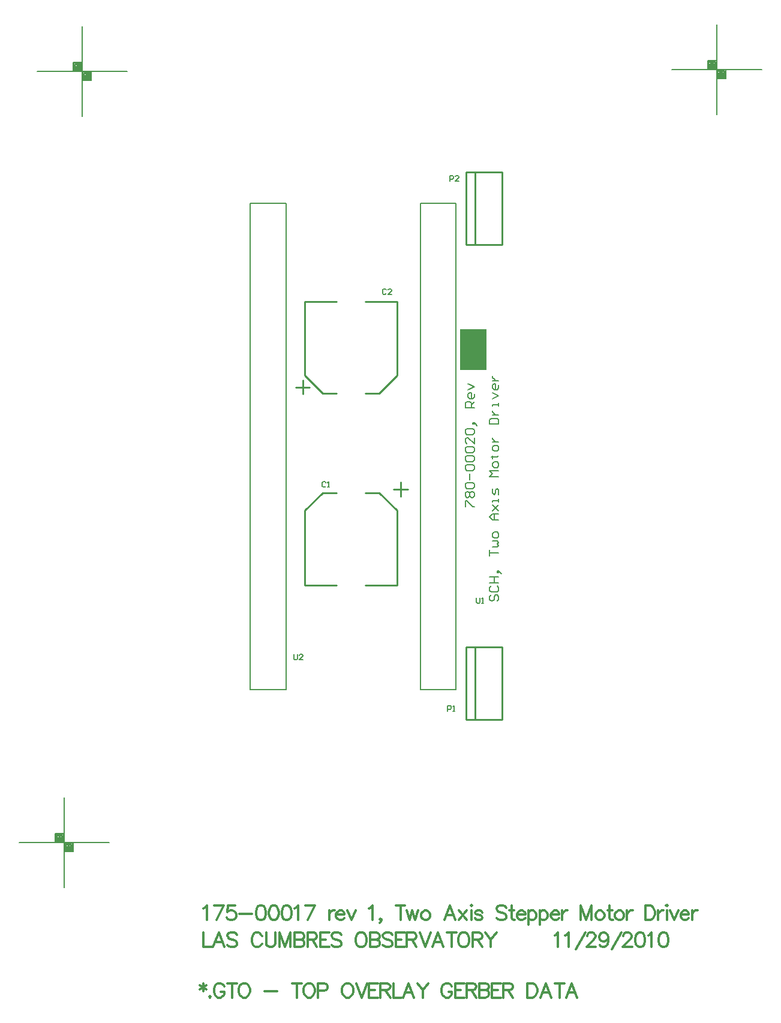
<source format=gto>
%FSLAX23Y23*%
%MOIN*%
G70*
G01*
G75*
G04 Layer_Color=65535*
%ADD10R,0.079X0.236*%
%ADD11C,0.007*%
%ADD12C,0.050*%
%ADD13C,0.010*%
%ADD14C,0.020*%
%ADD15C,0.012*%
%ADD16C,0.008*%
%ADD17C,0.012*%
%ADD18C,0.012*%
%ADD19C,0.050*%
%ADD20C,0.079*%
%ADD21R,0.079X0.079*%
%ADD22R,0.059X0.059*%
%ADD23C,0.059*%
%ADD24C,0.276*%
%ADD25C,0.219*%
%ADD26C,0.024*%
%ADD27C,0.040*%
%ADD28C,0.065*%
G04:AMPARAMS|DCode=29|XSize=85mil|YSize=85mil|CornerRadius=0mil|HoleSize=0mil|Usage=FLASHONLY|Rotation=0.000|XOffset=0mil|YOffset=0mil|HoleType=Round|Shape=Relief|Width=10mil|Gap=10mil|Entries=4|*
%AMTHD29*
7,0,0,0.085,0.065,0.010,45*
%
%ADD29THD29*%
%ADD30C,0.099*%
G04:AMPARAMS|DCode=31|XSize=119.055mil|YSize=119.055mil|CornerRadius=0mil|HoleSize=0mil|Usage=FLASHONLY|Rotation=0.000|XOffset=0mil|YOffset=0mil|HoleType=Round|Shape=Relief|Width=10mil|Gap=10mil|Entries=4|*
%AMTHD31*
7,0,0,0.119,0.099,0.010,45*
%
%ADD31THD31*%
%ADD32C,0.075*%
%ADD33C,0.197*%
%ADD34C,0.206*%
%ADD35C,0.068*%
G04:AMPARAMS|DCode=36|XSize=70mil|YSize=70mil|CornerRadius=0mil|HoleSize=0mil|Usage=FLASHONLY|Rotation=0.000|XOffset=0mil|YOffset=0mil|HoleType=Round|Shape=Relief|Width=10mil|Gap=10mil|Entries=4|*
%AMTHD36*
7,0,0,0.070,0.050,0.010,45*
%
%ADD36THD36*%
G04:AMPARAMS|DCode=37|XSize=88mil|YSize=88mil|CornerRadius=0mil|HoleSize=0mil|Usage=FLASHONLY|Rotation=0.000|XOffset=0mil|YOffset=0mil|HoleType=Round|Shape=Relief|Width=10mil|Gap=10mil|Entries=4|*
%AMTHD37*
7,0,0,0.088,0.068,0.010,45*
%
%ADD37THD37*%
%ADD38C,0.075*%
%ADD39O,0.079X0.024*%
%ADD40R,0.078X0.048*%
%ADD41R,0.050X0.050*%
%ADD42R,0.130X0.094*%
%ADD43R,0.020X0.709*%
%ADD44R,0.085X0.016*%
%ADD45R,0.059X0.039*%
%ADD46C,0.030*%
%ADD47C,0.005*%
%ADD48C,0.008*%
%ADD49R,0.149X0.227*%
D13*
X32528Y22936D02*
Y23341D01*
X32478D02*
X32678D01*
X32478Y22936D02*
X32678D01*
Y23341D01*
X32478Y22936D02*
Y23341D01*
X31582Y22366D02*
Y22622D01*
Y22209D02*
X31680Y22110D01*
X31582Y22209D02*
Y22366D01*
X31995Y22110D02*
X32094Y22209D01*
Y22622D01*
X31680Y22110D02*
X31759D01*
X31916D02*
X31995D01*
X31916Y22622D02*
X32094D01*
X31582D02*
X31759D01*
X31572Y22106D02*
Y22185D01*
X31531Y22145D02*
X31609D01*
X32094Y21045D02*
Y21301D01*
X31995Y21557D02*
X32094Y21459D01*
Y21301D02*
Y21459D01*
X31582Y21459D02*
X31680Y21557D01*
X31582Y21045D02*
Y21459D01*
X31916Y21557D02*
X31995D01*
X31680D02*
X31759D01*
X31582Y21045D02*
X31759D01*
X31916D02*
X32094D01*
X32113Y21537D02*
Y21616D01*
X32074Y21577D02*
X32153D01*
X32528Y20296D02*
Y20701D01*
X32478D02*
X32678D01*
X32478Y20296D02*
X32678D01*
Y20701D01*
X32478Y20296D02*
Y20701D01*
D15*
X31016Y18832D02*
Y18786D01*
X30997Y18821D02*
X31035Y18798D01*
Y18821D02*
X30997Y18798D01*
X31055Y18760D02*
X31051Y18756D01*
X31055Y18752D01*
X31059Y18756D01*
X31055Y18760D01*
X31133Y18813D02*
X31130Y18821D01*
X31122Y18828D01*
X31114Y18832D01*
X31099D01*
X31092Y18828D01*
X31084Y18821D01*
X31080Y18813D01*
X31076Y18802D01*
Y18783D01*
X31080Y18771D01*
X31084Y18763D01*
X31092Y18756D01*
X31099Y18752D01*
X31114D01*
X31122Y18756D01*
X31130Y18763D01*
X31133Y18771D01*
Y18783D01*
X31114D02*
X31133D01*
X31178Y18832D02*
Y18752D01*
X31152Y18832D02*
X31205D01*
X31237D02*
X31230Y18828D01*
X31222Y18821D01*
X31218Y18813D01*
X31215Y18802D01*
Y18783D01*
X31218Y18771D01*
X31222Y18763D01*
X31230Y18756D01*
X31237Y18752D01*
X31253D01*
X31260Y18756D01*
X31268Y18763D01*
X31272Y18771D01*
X31276Y18783D01*
Y18802D01*
X31272Y18813D01*
X31268Y18821D01*
X31260Y18828D01*
X31253Y18832D01*
X31237D01*
X31357Y18786D02*
X31426D01*
X31539Y18832D02*
Y18752D01*
X31512Y18832D02*
X31565D01*
X31598D02*
X31590Y18828D01*
X31583Y18821D01*
X31579Y18813D01*
X31575Y18802D01*
Y18783D01*
X31579Y18771D01*
X31583Y18763D01*
X31590Y18756D01*
X31598Y18752D01*
X31613D01*
X31621Y18756D01*
X31628Y18763D01*
X31632Y18771D01*
X31636Y18783D01*
Y18802D01*
X31632Y18813D01*
X31628Y18821D01*
X31621Y18828D01*
X31613Y18832D01*
X31598D01*
X31655Y18790D02*
X31689D01*
X31700Y18794D01*
X31704Y18798D01*
X31708Y18805D01*
Y18817D01*
X31704Y18824D01*
X31700Y18828D01*
X31689Y18832D01*
X31655D01*
Y18752D01*
X31811Y18832D02*
X31804Y18828D01*
X31796Y18821D01*
X31792Y18813D01*
X31789Y18802D01*
Y18783D01*
X31792Y18771D01*
X31796Y18763D01*
X31804Y18756D01*
X31811Y18752D01*
X31827D01*
X31834Y18756D01*
X31842Y18763D01*
X31846Y18771D01*
X31850Y18783D01*
Y18802D01*
X31846Y18813D01*
X31842Y18821D01*
X31834Y18828D01*
X31827Y18832D01*
X31811D01*
X31868D02*
X31899Y18752D01*
X31929Y18832D02*
X31899Y18752D01*
X31989Y18832D02*
X31939D01*
Y18752D01*
X31989D01*
X31939Y18794D02*
X31970D01*
X32002Y18832D02*
Y18752D01*
Y18832D02*
X32037D01*
X32048Y18828D01*
X32052Y18824D01*
X32056Y18817D01*
Y18809D01*
X32052Y18802D01*
X32048Y18798D01*
X32037Y18794D01*
X32002D01*
X32029D02*
X32056Y18752D01*
X32073Y18832D02*
Y18752D01*
X32119D01*
X32189D02*
X32158Y18832D01*
X32128Y18752D01*
X32139Y18779D02*
X32177D01*
X32208Y18832D02*
X32238Y18794D01*
Y18752D01*
X32268Y18832D02*
X32238Y18794D01*
X32399Y18813D02*
X32395Y18821D01*
X32387Y18828D01*
X32380Y18832D01*
X32364D01*
X32357Y18828D01*
X32349Y18821D01*
X32345Y18813D01*
X32342Y18802D01*
Y18783D01*
X32345Y18771D01*
X32349Y18763D01*
X32357Y18756D01*
X32364Y18752D01*
X32380D01*
X32387Y18756D01*
X32395Y18763D01*
X32399Y18771D01*
Y18783D01*
X32380D02*
X32399D01*
X32467Y18832D02*
X32417D01*
Y18752D01*
X32467D01*
X32417Y18794D02*
X32447D01*
X32480Y18832D02*
Y18752D01*
Y18832D02*
X32514D01*
X32526Y18828D01*
X32529Y18824D01*
X32533Y18817D01*
Y18809D01*
X32529Y18802D01*
X32526Y18798D01*
X32514Y18794D01*
X32480D01*
X32507D02*
X32533Y18752D01*
X32551Y18832D02*
Y18752D01*
Y18832D02*
X32585D01*
X32597Y18828D01*
X32601Y18824D01*
X32604Y18817D01*
Y18809D01*
X32601Y18802D01*
X32597Y18798D01*
X32585Y18794D01*
X32551D02*
X32585D01*
X32597Y18790D01*
X32601Y18786D01*
X32604Y18779D01*
Y18767D01*
X32601Y18760D01*
X32597Y18756D01*
X32585Y18752D01*
X32551D01*
X32672Y18832D02*
X32622D01*
Y18752D01*
X32672D01*
X32622Y18794D02*
X32653D01*
X32685Y18832D02*
Y18752D01*
Y18832D02*
X32719D01*
X32731Y18828D01*
X32735Y18824D01*
X32738Y18817D01*
Y18809D01*
X32735Y18802D01*
X32731Y18798D01*
X32719Y18794D01*
X32685D01*
X32712D02*
X32738Y18752D01*
X32819Y18832D02*
Y18752D01*
Y18832D02*
X32846D01*
X32857Y18828D01*
X32865Y18821D01*
X32869Y18813D01*
X32873Y18802D01*
Y18783D01*
X32869Y18771D01*
X32865Y18763D01*
X32857Y18756D01*
X32846Y18752D01*
X32819D01*
X32951D02*
X32921Y18832D01*
X32890Y18752D01*
X32902Y18779D02*
X32940D01*
X32997Y18832D02*
Y18752D01*
X32970Y18832D02*
X33023D01*
X33094Y18752D02*
X33063Y18832D01*
X33033Y18752D01*
X33044Y18779D02*
X33082D01*
D16*
X32617Y20989D02*
X32609Y20981D01*
Y20964D01*
X32617Y20956D01*
X32625D01*
X32634Y20964D01*
Y20981D01*
X32642Y20989D01*
X32650D01*
X32659Y20981D01*
Y20964D01*
X32650Y20956D01*
X32617Y21039D02*
X32609Y21031D01*
Y21014D01*
X32617Y21006D01*
X32650D01*
X32659Y21014D01*
Y21031D01*
X32650Y21039D01*
X32609Y21056D02*
X32659D01*
X32634D01*
Y21089D01*
X32609D01*
X32659D01*
X32667Y21114D02*
X32659Y21123D01*
X32650D01*
Y21114D01*
X32659D01*
Y21123D01*
X32667Y21114D01*
X32675Y21106D01*
X32609Y21206D02*
Y21239D01*
Y21223D01*
X32659D01*
X32625Y21256D02*
X32650D01*
X32659Y21264D01*
X32650Y21273D01*
X32659Y21281D01*
X32650Y21289D01*
X32625D01*
X32659Y21314D02*
Y21331D01*
X32650Y21339D01*
X32634D01*
X32625Y21331D01*
Y21314D01*
X32634Y21306D01*
X32650D01*
X32659Y21314D01*
Y21406D02*
X32625D01*
X32609Y21423D01*
X32625Y21439D01*
X32659D01*
X32634D01*
Y21406D01*
X32625Y21456D02*
X32659Y21489D01*
X32642Y21473D01*
X32625Y21489D01*
X32659Y21456D01*
Y21506D02*
Y21523D01*
Y21514D01*
X32625D01*
Y21506D01*
X32659Y21548D02*
Y21573D01*
X32650Y21581D01*
X32642Y21573D01*
Y21556D01*
X32634Y21548D01*
X32625Y21556D01*
Y21581D01*
X32659Y21648D02*
X32609D01*
X32625Y21664D01*
X32609Y21681D01*
X32659D01*
Y21706D02*
Y21722D01*
X32650Y21731D01*
X32634D01*
X32625Y21722D01*
Y21706D01*
X32634Y21697D01*
X32650D01*
X32659Y21706D01*
X32617Y21756D02*
X32625D01*
Y21747D01*
Y21764D01*
Y21756D01*
X32650D01*
X32659Y21764D01*
Y21797D02*
Y21814D01*
X32650Y21822D01*
X32634D01*
X32625Y21814D01*
Y21797D01*
X32634Y21789D01*
X32650D01*
X32659Y21797D01*
X32625Y21839D02*
X32659D01*
X32642D01*
X32634Y21847D01*
X32625Y21856D01*
Y21864D01*
X32609Y21939D02*
X32659D01*
Y21964D01*
X32650Y21972D01*
X32617D01*
X32609Y21964D01*
Y21939D01*
X32625Y21989D02*
X32659D01*
X32642D01*
X32634Y21997D01*
X32625Y22006D01*
Y22014D01*
X32659Y22039D02*
Y22056D01*
Y22047D01*
X32625D01*
Y22039D01*
Y22081D02*
X32659Y22097D01*
X32625Y22114D01*
X32659Y22156D02*
Y22139D01*
X32650Y22131D01*
X32634D01*
X32625Y22139D01*
Y22156D01*
X32634Y22164D01*
X32642D01*
Y22131D01*
X32625Y22181D02*
X32659D01*
X32642D01*
X32634Y22189D01*
X32625Y22197D01*
Y22206D01*
X32473Y21481D02*
Y21514D01*
X32481D01*
X32514Y21481D01*
X32523D01*
X32481Y21531D02*
X32473Y21539D01*
Y21556D01*
X32481Y21564D01*
X32489D01*
X32498Y21556D01*
X32506Y21564D01*
X32514D01*
X32523Y21556D01*
Y21539D01*
X32514Y21531D01*
X32506D01*
X32498Y21539D01*
X32489Y21531D01*
X32481D01*
X32498Y21539D02*
Y21556D01*
X32481Y21581D02*
X32473Y21589D01*
Y21606D01*
X32481Y21614D01*
X32514D01*
X32523Y21606D01*
Y21589D01*
X32514Y21581D01*
X32481D01*
X32498Y21631D02*
Y21664D01*
X32481Y21681D02*
X32473Y21689D01*
Y21706D01*
X32481Y21714D01*
X32514D01*
X32523Y21706D01*
Y21689D01*
X32514Y21681D01*
X32481D01*
Y21731D02*
X32473Y21739D01*
Y21756D01*
X32481Y21764D01*
X32514D01*
X32523Y21756D01*
Y21739D01*
X32514Y21731D01*
X32481D01*
Y21781D02*
X32473Y21789D01*
Y21806D01*
X32481Y21814D01*
X32514D01*
X32523Y21806D01*
Y21789D01*
X32514Y21781D01*
X32481D01*
X32523Y21864D02*
Y21831D01*
X32489Y21864D01*
X32481D01*
X32473Y21856D01*
Y21839D01*
X32481Y21831D01*
Y21881D02*
X32473Y21889D01*
Y21906D01*
X32481Y21914D01*
X32514D01*
X32523Y21906D01*
Y21889D01*
X32514Y21881D01*
X32481D01*
X32531Y21939D02*
X32523Y21948D01*
X32514D01*
Y21939D01*
X32523D01*
Y21948D01*
X32531Y21939D01*
X32539Y21931D01*
X32523Y22031D02*
X32473D01*
Y22056D01*
X32481Y22064D01*
X32498D01*
X32506Y22056D01*
Y22031D01*
Y22048D02*
X32523Y22064D01*
Y22106D02*
Y22089D01*
X32514Y22081D01*
X32498D01*
X32489Y22089D01*
Y22106D01*
X32498Y22114D01*
X32506D01*
Y22081D01*
X32489Y22131D02*
X32523Y22148D01*
X32489Y22164D01*
X33620Y23910D02*
X34120D01*
X33870Y23660D02*
Y24160D01*
X33820Y23910D02*
Y23960D01*
X33870D01*
X33920Y23860D02*
Y23910D01*
X33870Y23860D02*
X33920D01*
X33875Y23905D02*
X33915D01*
Y23865D02*
Y23905D01*
X33875Y23865D02*
X33915D01*
X33875D02*
Y23905D01*
X33880Y23900D02*
X33910D01*
Y23870D02*
Y23900D01*
X33880Y23870D02*
X33910D01*
X33880D02*
Y23895D01*
X33885D02*
X33905D01*
Y23875D02*
Y23895D01*
X33885Y23875D02*
X33905D01*
X33885D02*
Y23890D01*
X33890D02*
X33900D01*
Y23880D02*
Y23890D01*
X33890Y23880D02*
X33900D01*
X33890D02*
Y23890D01*
Y23885D02*
X33900D01*
X33825Y23955D02*
X33865D01*
Y23915D02*
Y23955D01*
X33825Y23915D02*
X33865D01*
X33825D02*
Y23955D01*
X33830Y23950D02*
X33860D01*
Y23920D02*
Y23950D01*
X33830Y23920D02*
X33860D01*
X33830D02*
Y23945D01*
X33835D02*
X33855D01*
Y23925D02*
Y23945D01*
X33835Y23925D02*
X33855D01*
X33835D02*
Y23940D01*
X33840D02*
X33850D01*
Y23930D02*
Y23940D01*
X33840Y23930D02*
X33850D01*
X33840D02*
Y23940D01*
Y23935D02*
X33850D01*
X30094Y23901D02*
X30594D01*
X30344Y23651D02*
Y24151D01*
X30294Y23901D02*
Y23951D01*
X30344D01*
X30394Y23851D02*
Y23901D01*
X30344Y23851D02*
X30394D01*
X30349Y23896D02*
X30389D01*
Y23856D02*
Y23896D01*
X30349Y23856D02*
X30389D01*
X30349D02*
Y23896D01*
X30354Y23891D02*
X30384D01*
Y23861D02*
Y23891D01*
X30354Y23861D02*
X30384D01*
X30354D02*
Y23886D01*
X30359D02*
X30379D01*
Y23866D02*
Y23886D01*
X30359Y23866D02*
X30379D01*
X30359D02*
Y23881D01*
X30364D02*
X30374D01*
Y23871D02*
Y23881D01*
X30364Y23871D02*
X30374D01*
X30364D02*
Y23881D01*
Y23876D02*
X30374D01*
X30299Y23946D02*
X30339D01*
Y23906D02*
Y23946D01*
X30299Y23906D02*
X30339D01*
X30299D02*
Y23946D01*
X30304Y23941D02*
X30334D01*
Y23911D02*
Y23941D01*
X30304Y23911D02*
X30334D01*
X30304D02*
Y23936D01*
X30309D02*
X30329D01*
Y23916D02*
Y23936D01*
X30309Y23916D02*
X30329D01*
X30309D02*
Y23931D01*
X30314D02*
X30324D01*
Y23921D02*
Y23931D01*
X30314Y23921D02*
X30324D01*
X30314D02*
Y23931D01*
Y23926D02*
X30324D01*
X29995Y19615D02*
X30495D01*
X30245Y19365D02*
Y19865D01*
X30195Y19615D02*
Y19665D01*
X30245D01*
X30295Y19565D02*
Y19615D01*
X30245Y19565D02*
X30295D01*
X30250Y19610D02*
X30290D01*
Y19570D02*
Y19610D01*
X30250Y19570D02*
X30290D01*
X30250D02*
Y19610D01*
X30255Y19605D02*
X30285D01*
Y19575D02*
Y19605D01*
X30255Y19575D02*
X30285D01*
X30255D02*
Y19600D01*
X30260D02*
X30280D01*
Y19580D02*
Y19600D01*
X30260Y19580D02*
X30280D01*
X30260D02*
Y19595D01*
X30265D02*
X30275D01*
Y19585D02*
Y19595D01*
X30265Y19585D02*
X30275D01*
X30265D02*
Y19595D01*
Y19590D02*
X30275D01*
X30200Y19660D02*
X30240D01*
Y19620D02*
Y19660D01*
X30200Y19620D02*
X30240D01*
X30200D02*
Y19660D01*
X30205Y19655D02*
X30235D01*
Y19625D02*
Y19655D01*
X30205Y19625D02*
X30235D01*
X30205D02*
Y19650D01*
X30210D02*
X30230D01*
Y19630D02*
Y19650D01*
X30210Y19630D02*
X30230D01*
X30210D02*
Y19645D01*
X30215D02*
X30225D01*
Y19635D02*
Y19645D01*
X30215Y19635D02*
X30225D01*
X30215D02*
Y19645D01*
Y19640D02*
X30225D01*
D17*
X31018Y19247D02*
X31025Y19251D01*
X31037Y19263D01*
Y19183D01*
X31130Y19263D02*
X31092Y19183D01*
X31076Y19263D02*
X31130D01*
X31193D02*
X31155D01*
X31151Y19228D01*
X31155Y19232D01*
X31167Y19236D01*
X31178D01*
X31190Y19232D01*
X31197Y19225D01*
X31201Y19213D01*
Y19205D01*
X31197Y19194D01*
X31190Y19186D01*
X31178Y19183D01*
X31167D01*
X31155Y19186D01*
X31151Y19190D01*
X31148Y19198D01*
X31219Y19217D02*
X31287D01*
X31334Y19263D02*
X31322Y19259D01*
X31315Y19247D01*
X31311Y19228D01*
Y19217D01*
X31315Y19198D01*
X31322Y19186D01*
X31334Y19183D01*
X31342D01*
X31353Y19186D01*
X31361Y19198D01*
X31364Y19217D01*
Y19228D01*
X31361Y19247D01*
X31353Y19259D01*
X31342Y19263D01*
X31334D01*
X31405D02*
X31394Y19259D01*
X31386Y19247D01*
X31382Y19228D01*
Y19217D01*
X31386Y19198D01*
X31394Y19186D01*
X31405Y19183D01*
X31413D01*
X31424Y19186D01*
X31432Y19198D01*
X31436Y19217D01*
Y19228D01*
X31432Y19247D01*
X31424Y19259D01*
X31413Y19263D01*
X31405D01*
X31476D02*
X31465Y19259D01*
X31457Y19247D01*
X31454Y19228D01*
Y19217D01*
X31457Y19198D01*
X31465Y19186D01*
X31476Y19183D01*
X31484D01*
X31495Y19186D01*
X31503Y19198D01*
X31507Y19217D01*
Y19228D01*
X31503Y19247D01*
X31495Y19259D01*
X31484Y19263D01*
X31476D01*
X31525Y19247D02*
X31532Y19251D01*
X31544Y19263D01*
Y19183D01*
X31637Y19263D02*
X31599Y19183D01*
X31583Y19263D02*
X31637D01*
X31717Y19236D02*
Y19183D01*
Y19213D02*
X31721Y19225D01*
X31729Y19232D01*
X31736Y19236D01*
X31748D01*
X31755Y19213D02*
X31801D01*
Y19221D01*
X31797Y19228D01*
X31793Y19232D01*
X31786Y19236D01*
X31774D01*
X31767Y19232D01*
X31759Y19225D01*
X31755Y19213D01*
Y19205D01*
X31759Y19194D01*
X31767Y19186D01*
X31774Y19183D01*
X31786D01*
X31793Y19186D01*
X31801Y19194D01*
X31818Y19236D02*
X31841Y19183D01*
X31864Y19236D02*
X31841Y19183D01*
X31939Y19247D02*
X31947Y19251D01*
X31959Y19263D01*
Y19183D01*
X32006Y19186D02*
X32002Y19183D01*
X31998Y19186D01*
X32002Y19190D01*
X32006Y19186D01*
Y19179D01*
X32002Y19171D01*
X31998Y19167D01*
X32113Y19263D02*
Y19183D01*
X32086Y19263D02*
X32139D01*
X32149Y19236D02*
X32164Y19183D01*
X32179Y19236D02*
X32164Y19183D01*
X32179Y19236D02*
X32195Y19183D01*
X32210Y19236D02*
X32195Y19183D01*
X32248Y19236D02*
X32240Y19232D01*
X32232Y19225D01*
X32229Y19213D01*
Y19205D01*
X32232Y19194D01*
X32240Y19186D01*
X32248Y19183D01*
X32259D01*
X32267Y19186D01*
X32274Y19194D01*
X32278Y19205D01*
Y19213D01*
X32274Y19225D01*
X32267Y19232D01*
X32259Y19236D01*
X32248D01*
X32419Y19183D02*
X32389Y19263D01*
X32358Y19183D01*
X32370Y19209D02*
X32408D01*
X32438Y19236D02*
X32480Y19183D01*
Y19236D02*
X32438Y19183D01*
X32504Y19263D02*
X32508Y19259D01*
X32512Y19263D01*
X32508Y19266D01*
X32504Y19263D01*
X32508Y19236D02*
Y19183D01*
X32568Y19225D02*
X32564Y19232D01*
X32553Y19236D01*
X32541D01*
X32530Y19232D01*
X32526Y19225D01*
X32530Y19217D01*
X32537Y19213D01*
X32557Y19209D01*
X32564Y19205D01*
X32568Y19198D01*
Y19194D01*
X32564Y19186D01*
X32553Y19183D01*
X32541D01*
X32530Y19186D01*
X32526Y19194D01*
X32701Y19251D02*
X32693Y19259D01*
X32682Y19263D01*
X32667D01*
X32655Y19259D01*
X32648Y19251D01*
Y19244D01*
X32651Y19236D01*
X32655Y19232D01*
X32663Y19228D01*
X32686Y19221D01*
X32693Y19217D01*
X32697Y19213D01*
X32701Y19205D01*
Y19194D01*
X32693Y19186D01*
X32682Y19183D01*
X32667D01*
X32655Y19186D01*
X32648Y19194D01*
X32730Y19263D02*
Y19198D01*
X32734Y19186D01*
X32742Y19183D01*
X32749D01*
X32719Y19236D02*
X32745D01*
X32761Y19213D02*
X32806D01*
Y19221D01*
X32803Y19228D01*
X32799Y19232D01*
X32791Y19236D01*
X32780D01*
X32772Y19232D01*
X32764Y19225D01*
X32761Y19213D01*
Y19205D01*
X32764Y19194D01*
X32772Y19186D01*
X32780Y19183D01*
X32791D01*
X32799Y19186D01*
X32806Y19194D01*
X32823Y19236D02*
Y19156D01*
Y19225D02*
X32831Y19232D01*
X32839Y19236D01*
X32850D01*
X32858Y19232D01*
X32865Y19225D01*
X32869Y19213D01*
Y19205D01*
X32865Y19194D01*
X32858Y19186D01*
X32850Y19183D01*
X32839D01*
X32831Y19186D01*
X32823Y19194D01*
X32886Y19236D02*
Y19156D01*
Y19225D02*
X32894Y19232D01*
X32902Y19236D01*
X32913D01*
X32921Y19232D01*
X32928Y19225D01*
X32932Y19213D01*
Y19205D01*
X32928Y19194D01*
X32921Y19186D01*
X32913Y19183D01*
X32902D01*
X32894Y19186D01*
X32886Y19194D01*
X32949Y19213D02*
X32995D01*
Y19221D01*
X32991Y19228D01*
X32987Y19232D01*
X32980Y19236D01*
X32968D01*
X32961Y19232D01*
X32953Y19225D01*
X32949Y19213D01*
Y19205D01*
X32953Y19194D01*
X32961Y19186D01*
X32968Y19183D01*
X32980D01*
X32987Y19186D01*
X32995Y19194D01*
X33012Y19236D02*
Y19183D01*
Y19213D02*
X33016Y19225D01*
X33023Y19232D01*
X33031Y19236D01*
X33042D01*
X33113Y19263D02*
Y19183D01*
Y19263D02*
X33143Y19183D01*
X33174Y19263D02*
X33143Y19183D01*
X33174Y19263D02*
Y19183D01*
X33215Y19236D02*
X33208Y19232D01*
X33200Y19225D01*
X33196Y19213D01*
Y19205D01*
X33200Y19194D01*
X33208Y19186D01*
X33215Y19183D01*
X33227D01*
X33234Y19186D01*
X33242Y19194D01*
X33246Y19205D01*
Y19213D01*
X33242Y19225D01*
X33234Y19232D01*
X33227Y19236D01*
X33215D01*
X33275Y19263D02*
Y19198D01*
X33279Y19186D01*
X33286Y19183D01*
X33294D01*
X33263Y19236D02*
X33290D01*
X33324D02*
X33317Y19232D01*
X33309Y19225D01*
X33305Y19213D01*
Y19205D01*
X33309Y19194D01*
X33317Y19186D01*
X33324Y19183D01*
X33336D01*
X33343Y19186D01*
X33351Y19194D01*
X33355Y19205D01*
Y19213D01*
X33351Y19225D01*
X33343Y19232D01*
X33336Y19236D01*
X33324D01*
X33372D02*
Y19183D01*
Y19213D02*
X33376Y19225D01*
X33384Y19232D01*
X33391Y19236D01*
X33403D01*
X33473Y19263D02*
Y19183D01*
Y19263D02*
X33500D01*
X33511Y19259D01*
X33519Y19251D01*
X33522Y19244D01*
X33526Y19232D01*
Y19213D01*
X33522Y19202D01*
X33519Y19194D01*
X33511Y19186D01*
X33500Y19183D01*
X33473D01*
X33544Y19236D02*
Y19183D01*
Y19213D02*
X33548Y19225D01*
X33556Y19232D01*
X33563Y19236D01*
X33575D01*
X33589Y19263D02*
X33593Y19259D01*
X33597Y19263D01*
X33593Y19266D01*
X33589Y19263D01*
X33593Y19236D02*
Y19183D01*
X33611Y19236D02*
X33634Y19183D01*
X33657Y19236D02*
X33634Y19183D01*
X33670Y19213D02*
X33715D01*
Y19221D01*
X33712Y19228D01*
X33708Y19232D01*
X33700Y19236D01*
X33689D01*
X33681Y19232D01*
X33674Y19225D01*
X33670Y19213D01*
Y19205D01*
X33674Y19194D01*
X33681Y19186D01*
X33689Y19183D01*
X33700D01*
X33708Y19186D01*
X33715Y19194D01*
X33733Y19236D02*
Y19183D01*
Y19213D02*
X33736Y19225D01*
X33744Y19232D01*
X33752Y19236D01*
X33763D01*
D18*
X31018Y19113D02*
Y19033D01*
X31063D01*
X31133D02*
X31103Y19113D01*
X31072Y19033D01*
X31084Y19059D02*
X31122D01*
X31205Y19101D02*
X31198Y19109D01*
X31186Y19113D01*
X31171D01*
X31159Y19109D01*
X31152Y19101D01*
Y19094D01*
X31156Y19086D01*
X31159Y19082D01*
X31167Y19078D01*
X31190Y19071D01*
X31198Y19067D01*
X31201Y19063D01*
X31205Y19055D01*
Y19044D01*
X31198Y19036D01*
X31186Y19033D01*
X31171D01*
X31159Y19036D01*
X31152Y19044D01*
X31343Y19094D02*
X31339Y19101D01*
X31332Y19109D01*
X31324Y19113D01*
X31309D01*
X31301Y19109D01*
X31294Y19101D01*
X31290Y19094D01*
X31286Y19082D01*
Y19063D01*
X31290Y19052D01*
X31294Y19044D01*
X31301Y19036D01*
X31309Y19033D01*
X31324D01*
X31332Y19036D01*
X31339Y19044D01*
X31343Y19052D01*
X31366Y19113D02*
Y19055D01*
X31369Y19044D01*
X31377Y19036D01*
X31388Y19033D01*
X31396D01*
X31407Y19036D01*
X31415Y19044D01*
X31419Y19055D01*
Y19113D01*
X31441D02*
Y19033D01*
Y19113D02*
X31471Y19033D01*
X31502Y19113D02*
X31471Y19033D01*
X31502Y19113D02*
Y19033D01*
X31525Y19113D02*
Y19033D01*
Y19113D02*
X31559D01*
X31570Y19109D01*
X31574Y19105D01*
X31578Y19097D01*
Y19090D01*
X31574Y19082D01*
X31570Y19078D01*
X31559Y19075D01*
X31525D02*
X31559D01*
X31570Y19071D01*
X31574Y19067D01*
X31578Y19059D01*
Y19048D01*
X31574Y19040D01*
X31570Y19036D01*
X31559Y19033D01*
X31525D01*
X31596Y19113D02*
Y19033D01*
Y19113D02*
X31630D01*
X31642Y19109D01*
X31645Y19105D01*
X31649Y19097D01*
Y19090D01*
X31645Y19082D01*
X31642Y19078D01*
X31630Y19075D01*
X31596D01*
X31623D02*
X31649Y19033D01*
X31717Y19113D02*
X31667D01*
Y19033D01*
X31717D01*
X31667Y19075D02*
X31698D01*
X31783Y19101D02*
X31776Y19109D01*
X31764Y19113D01*
X31749D01*
X31738Y19109D01*
X31730Y19101D01*
Y19094D01*
X31734Y19086D01*
X31738Y19082D01*
X31745Y19078D01*
X31768Y19071D01*
X31776Y19067D01*
X31780Y19063D01*
X31783Y19055D01*
Y19044D01*
X31776Y19036D01*
X31764Y19033D01*
X31749D01*
X31738Y19036D01*
X31730Y19044D01*
X31887Y19113D02*
X31879Y19109D01*
X31872Y19101D01*
X31868Y19094D01*
X31864Y19082D01*
Y19063D01*
X31868Y19052D01*
X31872Y19044D01*
X31879Y19036D01*
X31887Y19033D01*
X31902D01*
X31910Y19036D01*
X31917Y19044D01*
X31921Y19052D01*
X31925Y19063D01*
Y19082D01*
X31921Y19094D01*
X31917Y19101D01*
X31910Y19109D01*
X31902Y19113D01*
X31887D01*
X31944D02*
Y19033D01*
Y19113D02*
X31978D01*
X31989Y19109D01*
X31993Y19105D01*
X31997Y19097D01*
Y19090D01*
X31993Y19082D01*
X31989Y19078D01*
X31978Y19075D01*
X31944D02*
X31978D01*
X31989Y19071D01*
X31993Y19067D01*
X31997Y19059D01*
Y19048D01*
X31993Y19040D01*
X31989Y19036D01*
X31978Y19033D01*
X31944D01*
X32068Y19101D02*
X32061Y19109D01*
X32049Y19113D01*
X32034D01*
X32023Y19109D01*
X32015Y19101D01*
Y19094D01*
X32019Y19086D01*
X32023Y19082D01*
X32030Y19078D01*
X32053Y19071D01*
X32061Y19067D01*
X32064Y19063D01*
X32068Y19055D01*
Y19044D01*
X32061Y19036D01*
X32049Y19033D01*
X32034D01*
X32023Y19036D01*
X32015Y19044D01*
X32136Y19113D02*
X32086D01*
Y19033D01*
X32136D01*
X32086Y19075D02*
X32117D01*
X32149Y19113D02*
Y19033D01*
Y19113D02*
X32183D01*
X32195Y19109D01*
X32198Y19105D01*
X32202Y19097D01*
Y19090D01*
X32198Y19082D01*
X32195Y19078D01*
X32183Y19075D01*
X32149D01*
X32176D02*
X32202Y19033D01*
X32220Y19113D02*
X32251Y19033D01*
X32281Y19113D02*
X32251Y19033D01*
X32352D02*
X32322Y19113D01*
X32291Y19033D01*
X32303Y19059D02*
X32341D01*
X32398Y19113D02*
Y19033D01*
X32371Y19113D02*
X32424D01*
X32457D02*
X32449Y19109D01*
X32441Y19101D01*
X32438Y19094D01*
X32434Y19082D01*
Y19063D01*
X32438Y19052D01*
X32441Y19044D01*
X32449Y19036D01*
X32457Y19033D01*
X32472D01*
X32480Y19036D01*
X32487Y19044D01*
X32491Y19052D01*
X32495Y19063D01*
Y19082D01*
X32491Y19094D01*
X32487Y19101D01*
X32480Y19109D01*
X32472Y19113D01*
X32457D01*
X32513D02*
Y19033D01*
Y19113D02*
X32548D01*
X32559Y19109D01*
X32563Y19105D01*
X32567Y19097D01*
Y19090D01*
X32563Y19082D01*
X32559Y19078D01*
X32548Y19075D01*
X32513D01*
X32540D02*
X32567Y19033D01*
X32585Y19113D02*
X32615Y19075D01*
Y19033D01*
X32646Y19113D02*
X32615Y19075D01*
X32970Y19097D02*
X32978Y19101D01*
X32989Y19113D01*
Y19033D01*
X33029Y19097D02*
X33036Y19101D01*
X33048Y19113D01*
Y19033D01*
X33087Y19021D02*
X33141Y19113D01*
X33150Y19094D02*
Y19097D01*
X33154Y19105D01*
X33158Y19109D01*
X33165Y19113D01*
X33180D01*
X33188Y19109D01*
X33192Y19105D01*
X33196Y19097D01*
Y19090D01*
X33192Y19082D01*
X33184Y19071D01*
X33146Y19033D01*
X33199D01*
X33267Y19086D02*
X33263Y19075D01*
X33255Y19067D01*
X33244Y19063D01*
X33240D01*
X33229Y19067D01*
X33221Y19075D01*
X33217Y19086D01*
Y19090D01*
X33221Y19101D01*
X33229Y19109D01*
X33240Y19113D01*
X33244D01*
X33255Y19109D01*
X33263Y19101D01*
X33267Y19086D01*
Y19067D01*
X33263Y19048D01*
X33255Y19036D01*
X33244Y19033D01*
X33236D01*
X33225Y19036D01*
X33221Y19044D01*
X33289Y19021D02*
X33342Y19113D01*
X33351Y19094D02*
Y19097D01*
X33355Y19105D01*
X33359Y19109D01*
X33366Y19113D01*
X33381D01*
X33389Y19109D01*
X33393Y19105D01*
X33397Y19097D01*
Y19090D01*
X33393Y19082D01*
X33385Y19071D01*
X33347Y19033D01*
X33401D01*
X33441Y19113D02*
X33430Y19109D01*
X33422Y19097D01*
X33418Y19078D01*
Y19067D01*
X33422Y19048D01*
X33430Y19036D01*
X33441Y19033D01*
X33449D01*
X33460Y19036D01*
X33468Y19048D01*
X33472Y19067D01*
Y19078D01*
X33468Y19097D01*
X33460Y19109D01*
X33449Y19113D01*
X33441D01*
X33490Y19097D02*
X33497Y19101D01*
X33509Y19113D01*
Y19033D01*
X33571Y19113D02*
X33560Y19109D01*
X33552Y19097D01*
X33548Y19078D01*
Y19067D01*
X33552Y19048D01*
X33560Y19036D01*
X33571Y19033D01*
X33579D01*
X33590Y19036D01*
X33598Y19048D01*
X33602Y19067D01*
Y19078D01*
X33598Y19097D01*
X33590Y19109D01*
X33579Y19113D01*
X33571D01*
D47*
X31520Y20659D02*
Y20634D01*
X31525Y20629D01*
X31535D01*
X31540Y20634D01*
Y20659D01*
X31570Y20629D02*
X31550D01*
X31570Y20649D01*
Y20654D01*
X31565Y20659D01*
X31555D01*
X31550Y20654D01*
X32386Y23291D02*
Y23321D01*
X32401D01*
X32406Y23316D01*
Y23306D01*
X32401Y23301D01*
X32386D01*
X32436Y23291D02*
X32416D01*
X32436Y23311D01*
Y23316D01*
X32431Y23321D01*
X32421D01*
X32416Y23316D01*
X32033Y22686D02*
X32028Y22691D01*
X32018D01*
X32013Y22686D01*
Y22666D01*
X32018Y22661D01*
X32028D01*
X32033Y22666D01*
X32063Y22661D02*
X32043D01*
X32063Y22681D01*
Y22686D01*
X32058Y22691D01*
X32048D01*
X32043Y22686D01*
X31698Y21615D02*
X31693Y21620D01*
X31683D01*
X31678Y21615D01*
Y21595D01*
X31683Y21590D01*
X31693D01*
X31698Y21595D01*
X31708Y21590D02*
X31718D01*
X31713D01*
Y21620D01*
X31708Y21615D01*
X32375Y20344D02*
Y20374D01*
X32390D01*
X32395Y20369D01*
Y20359D01*
X32390Y20354D01*
X32375D01*
X32405Y20344D02*
X32415D01*
X32410D01*
Y20374D01*
X32405Y20369D01*
X32535Y20975D02*
Y20950D01*
X32540Y20945D01*
X32550D01*
X32555Y20950D01*
Y20975D01*
X32565Y20945D02*
X32575D01*
X32570D01*
Y20975D01*
X32565Y20970D01*
D48*
X31279Y20465D02*
Y21816D01*
Y20465D02*
X31476D01*
Y23166D01*
X31279D02*
X31476D01*
X31279Y21816D02*
Y23166D01*
X32420Y20465D02*
Y21816D01*
X32224Y20465D02*
X32420D01*
X32224D02*
Y23166D01*
X32420D01*
Y21816D02*
Y23166D01*
D49*
X32516Y22354D02*
D03*
M02*

</source>
